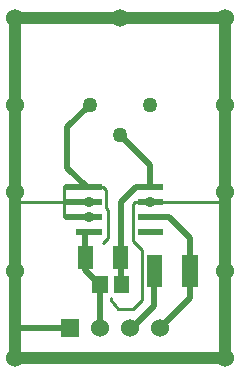
<source format=gbr>
G04 start of page 2 for group 0 idx 0 *
G04 Title: (unknown), component *
G04 Creator: pcb 20100929 *
G04 CreationDate: Wed Aug 24 19:23:26 2011 UTC *
G04 For: user1 *
G04 Format: Gerber/RS-274X *
G04 PCB-Dimensions: 600000 500000 *
G04 PCB-Coordinate-Origin: lower left *
%MOIN*%
%FSLAX25Y25*%
%LNFRONT*%
%ADD11C,0.0200*%
%ADD12C,0.0100*%
%ADD13C,0.0400*%
%ADD14C,0.0500*%
%ADD15C,0.0600*%
%ADD16C,0.0360*%
%ADD17R,0.0512X0.0512*%
%ADD18R,0.0200X0.0200*%
%ADD19C,0.0225*%
%ADD20C,0.0380*%
%ADD21C,0.0350*%
G54D11*X118500Y384000D02*Y392500D01*
G54D12*X126000Y390500D02*X124500Y389000D01*
X125500Y400500D02*X126000Y400000D01*
Y390500D01*
G54D11*X119750Y402500D02*X112000D01*
X119750Y407500D02*X112000D01*
X119750Y397500D02*X112000D01*
G54D12*X119750Y402500D02*X95000D01*
G54D11*X119750Y407500D02*X119000D01*
G54D12*X111500D02*Y397500D01*
G54D13*X95000Y350500D02*Y464000D01*
G54D11*X113500Y360500D02*X95500D01*
X123414Y360586D02*X123500Y360500D01*
G54D12*X119750Y407500D02*X124500D01*
X125500Y406500D01*
G54D11*X119000Y407500D02*X112500Y414000D01*
Y427500D01*
X120000Y435000D01*
G54D13*X95000Y464000D02*X165000D01*
X95000Y350500D02*X165000D01*
G54D12*X134500Y389500D02*X137500Y386500D01*
Y370000D01*
G54D11*X122957Y376043D02*X122914Y376000D01*
G54D12*X137500Y370000D02*X134500Y367000D01*
X127000Y370000D02*Y370500D01*
G54D11*X133500Y360500D02*X134000D01*
G54D12*X134500Y367000D02*X129500D01*
X127000Y370000D01*
G54D11*X153405Y370405D02*X143500Y360500D01*
X153500Y379595D02*X153405Y379500D01*
X141500Y379405D02*X141595Y379500D01*
X141500Y368000D02*Y379405D01*
X153405Y379500D02*Y370405D01*
G54D12*X125500Y406500D02*Y400500D01*
G54D11*X130500Y402500D02*X135500Y407500D01*
X134000Y360500D02*X141500Y368000D01*
X130500Y375000D02*Y402500D01*
G54D12*X135000D02*X134500Y402000D01*
Y389500D01*
G54D11*X123500Y374914D02*X118500Y379914D01*
X123500Y360500D02*Y374914D01*
G54D13*X165000Y350500D02*Y464000D01*
G54D11*X135500Y407500D02*X140250D01*
Y397500D02*X146500D01*
X153500Y390500D01*
Y379595D01*
G54D12*X135000Y402500D02*X165500D01*
G54D11*X140250Y407500D02*Y414750D01*
X130000Y425000D01*
G54D14*X140000Y435000D03*
X120000D03*
X130000Y425000D03*
G54D11*G36*
X110500Y363500D02*Y357500D01*
X116500D01*
Y363500D01*
X110500D01*
G37*
G54D15*X123500Y360500D03*
X133500D03*
X143500D03*
X95000Y379500D03*
Y406000D03*
X165000Y379500D03*
Y406000D03*
Y464000D03*
X95000D03*
Y435000D03*
X165000D03*
X130000Y464000D03*
X95000Y350500D03*
X165000D03*
G54D16*X119750Y402500D03*
X140250D03*
X119750Y397500D03*
X141595Y379500D03*
G54D17*X153405Y382255D02*Y376745D01*
G54D18*X137000Y392500D02*X143500D01*
X137000Y397500D02*X143500D01*
G54D17*X123414Y375393D02*Y374607D01*
X130500Y375393D02*Y374607D01*
X141595Y382255D02*Y376745D01*
X130310Y385181D02*Y382819D01*
G54D18*X116500Y407500D02*X123000D01*
X116500Y402500D02*X123000D01*
X116500Y397500D02*X123000D01*
X116500Y392500D02*X123000D01*
X137000Y402500D02*X143500D01*
X137000Y407500D02*X143500D01*
G54D17*X118500Y385181D02*Y382819D01*
G54D19*G54D20*G54D21*G54D11*M02*

</source>
